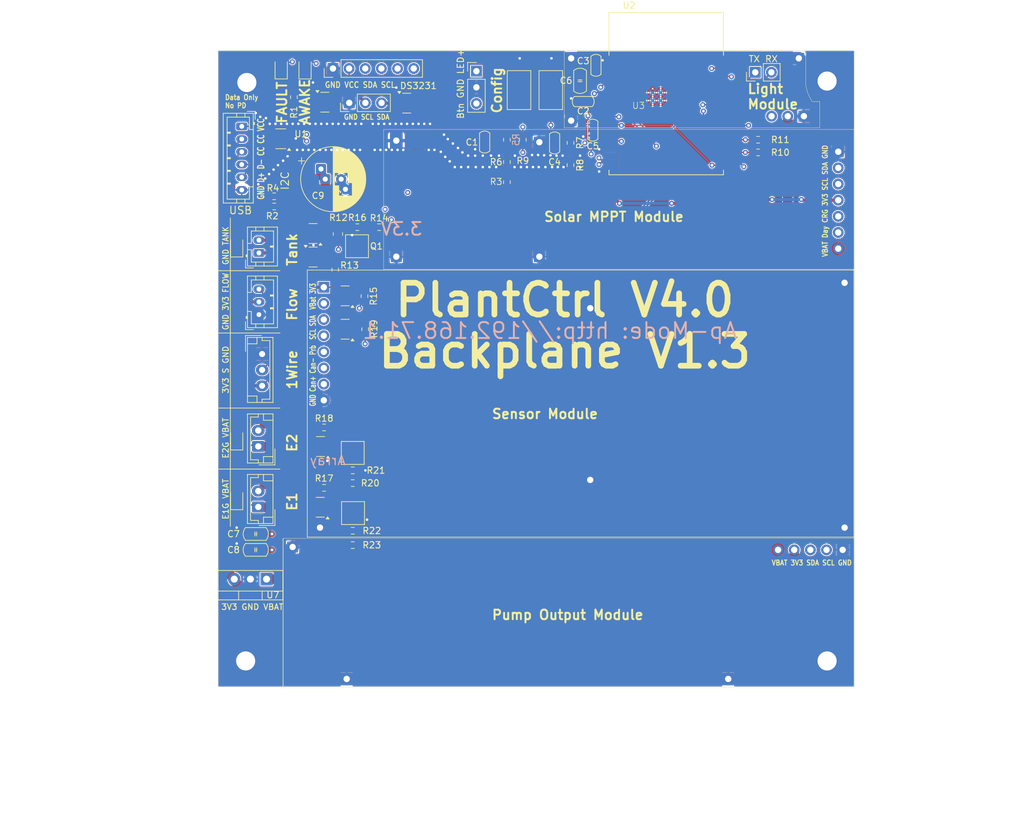
<source format=kicad_pcb>
(kicad_pcb
	(version 20241229)
	(generator "pcbnew")
	(generator_version "9.0")
	(general
		(thickness 1.6)
		(legacy_teardrops no)
	)
	(paper "A4")
	(layers
		(0 "F.Cu" signal)
		(4 "In1.Cu" signal)
		(6 "In2.Cu" signal)
		(2 "B.Cu" signal)
		(9 "F.Adhes" user "F.Adhesive")
		(11 "B.Adhes" user "B.Adhesive")
		(13 "F.Paste" user)
		(15 "B.Paste" user)
		(5 "F.SilkS" user "F.Silkscreen")
		(7 "B.SilkS" user "B.Silkscreen")
		(1 "F.Mask" user)
		(3 "B.Mask" user)
		(17 "Dwgs.User" user "User.Drawings")
		(19 "Cmts.User" user "User.Comments")
		(21 "Eco1.User" user "User.Eco1")
		(23 "Eco2.User" user "User.Eco2")
		(25 "Edge.Cuts" user)
		(27 "Margin" user)
		(31 "F.CrtYd" user "F.Courtyard")
		(29 "B.CrtYd" user "B.Courtyard")
		(35 "F.Fab" user)
		(33 "B.Fab" user)
	)
	(setup
		(stackup
			(layer "F.SilkS"
				(type "Top Silk Screen")
			)
			(layer "F.Paste"
				(type "Top Solder Paste")
			)
			(layer "F.Mask"
				(type "Top Solder Mask")
				(thickness 0.01)
			)
			(layer "F.Cu"
				(type "copper")
				(thickness 0.035)
			)
			(layer "dielectric 1"
				(type "prepreg")
				(thickness 0.1)
				(material "FR4")
				(epsilon_r 4.5)
				(loss_tangent 0.02)
			)
			(layer "In1.Cu"
				(type "copper")
				(thickness 0.035)
			)
			(layer "dielectric 2"
				(type "core")
				(thickness 1.24)
				(material "FR4")
				(epsilon_r 4.5)
				(loss_tangent 0.02)
			)
			(layer "In2.Cu"
				(type "copper")
				(thickness 0.035)
			)
			(layer "dielectric 3"
				(type "prepreg")
				(thickness 0.1)
				(material "FR4")
				(epsilon_r 4.5)
				(loss_tangent 0.02)
			)
			(layer "B.Cu"
				(type "copper")
				(thickness 0.035)
			)
			(layer "B.Mask"
				(type "Bottom Solder Mask")
				(thickness 0.01)
			)
			(layer "B.Paste"
				(type "Bottom Solder Paste")
			)
			(layer "B.SilkS"
				(type "Bottom Silk Screen")
			)
			(copper_finish "HAL lead-free")
			(dielectric_constraints no)
		)
		(pad_to_mask_clearance 0.05)
		(allow_soldermask_bridges_in_footprints no)
		(tenting front back)
		(aux_axis_origin 68.58 26.67)
		(grid_origin 68.58 26.67)
		(pcbplotparams
			(layerselection 0x00000000_00000000_5555555f_ffffffff)
			(plot_on_all_layers_selection 0x00000000_00000000_00000000_00000000)
			(disableapertmacros no)
			(usegerberextensions no)
			(usegerberattributes no)
			(usegerberadvancedattributes no)
			(creategerberjobfile no)
			(dashed_line_dash_ratio 12.000000)
			(dashed_line_gap_ratio 3.000000)
			(svgprecision 4)
			(plotframeref no)
			(mode 1)
			(useauxorigin no)
			(hpglpennumber 1)
			(hpglpenspeed 20)
			(hpglpendiameter 15.000000)
			(pdf_front_fp_property_popups yes)
			(pdf_back_fp_property_popups yes)
			(pdf_metadata yes)
			(pdf_single_document no)
			(dxfpolygonmode yes)
			(dxfimperialunits yes)
			(dxfusepcbnewfont yes)
			(psnegative no)
			(psa4output no)
			(plot_black_and_white yes)
			(sketchpadsonfab no)
			(plotpadnumbers no)
			(hidednponfab no)
			(sketchdnponfab yes)
			(crossoutdnponfab yes)
			(subtractmaskfromsilk no)
			(outputformat 1)
			(mirror no)
			(drillshape 0)
			(scaleselection 1)
			(outputdirectory "gerber/")
		)
	)
	(net 0 "")
	(net 1 "EN")
	(net 2 "VBAT")
	(net 3 "3_3V")
	(net 4 "Temp")
	(net 5 "CAN-")
	(net 6 "TANK_SENSOR")
	(net 7 "Charge")
	(net 8 "Net-(Q1-G)")
	(net 9 "ESP_RX")
	(net 10 "ESP_TX")
	(net 11 "Net-(Boot1-Pad2)")
	(net 12 "SDA")
	(net 13 "SCL")
	(net 14 "Net-(CD1-A)")
	(net 15 "Net-(D2-K)")
	(net 16 "CD_Probe")
	(net 17 "IsDay")
	(net 18 "LED_ENABLE")
	(net 19 "WORKING")
	(net 20 "ENABLE_TANK")
	(net 21 "USB_D-")
	(net 22 "FLOW")
	(net 23 "USB_D+")
	(net 24 "BOOT_SEL")
	(net 25 "WARN_LED")
	(net 26 "SQW")
	(net 27 "32K")
	(net 28 "USB_BUS")
	(net 29 "Net-(R3-Pad1)")
	(net 30 "unconnected-(U1-I{slash}O2-Pad4)")
	(net 31 "unconnected-(U1-I{slash}O1-Pad6)")
	(net 32 "Net-(J4-Pin_1)")
	(net 33 "Net-(D8-K)")
	(net 34 "Net-(D8-A)")
	(net 35 "Net-(D10-K)")
	(net 36 "Net-(D10-A)")
	(net 37 "Net-(J2-Pin_3)")
	(net 38 "Net-(Q2-G)")
	(net 39 "Net-(J2-Pin_2)")
	(net 40 "unconnected-(U2-IO8-Pad10)")
	(net 41 "CAN+")
	(net 42 "unconnected-(U2-NC-Pad22)")
	(net 43 "Net-(Q3-G)")
	(net 44 "EXTRA_1")
	(net 45 "EXTRA_2")
	(net 46 "Net-(CD2-K)")
	(net 47 "CONFIG2")
	(net 48 "GND")
	(footprint "Package_TO_SOT_SMD:SOT-23" (layer "F.Cu") (at 185.7675 101.92 180))
	(footprint "MPPT:MPPT" (layer "F.Cu") (at 232.68 48.3075))
	(footprint "Button_Switch_SMD:SW_SPST_CK_RS282G05A3" (layer "F.Cu") (at 221.98 45.87 -90))
	(footprint "PumpOut:PumpModule" (layer "F.Cu") (at 219.88 111.47))
	(footprint "Connector_JST:JST_EH_B2B-EH-A_1x02_P2.50mm_Vertical" (layer "F.Cu") (at 175.98 111.42 90))
	(footprint "PCM_Capacitor_SMD_Handsoldering_AKL:C_0805_2012Metric_Pad1.18x1.45mm" (layer "F.Cu") (at 175.58 115.67 180))
	(footprint "PCM_Capacitor_SMD_Handsoldering_AKL:C_0603_1608Metric_Pad1.08x0.95mm" (layer "F.Cu") (at 229.08 41.97 -90))
	(footprint "Resistor_SMD:R_0603_1608Metric" (layer "F.Cu") (at 254.58 53.67 180))
	(footprint "PCM_Capacitor_SMD_Handsoldering_AKL:C_0603_1608Metric_Pad1.08x0.95mm" (layer "F.Cu") (at 227.08 47.67))
	(footprint "Button_Switch_SMD:SW_SPST_CK_RS282G05A3" (layer "F.Cu") (at 216.98 45.87 -90))
	(footprint "Resistor_SMD:R_0603_1608Metric" (layer "F.Cu") (at 225.08 54.17 90))
	(footprint "Connector_JST:JST_PH_B3B-PH-K_1x03_P2.00mm_Vertical" (layer "F.Cu") (at 176.08 81.17 90))
	(footprint "Connector_JST:JST_EH_B3B-EH-A_1x03_P2.50mm_Vertical" (layer "F.Cu") (at 176.58 87.37 -90))
	(footprint "Resistor_SMD:R_0603_1608Metric" (layer "F.Cu") (at 191.555 67.42 180))
	(footprint "Resistor_SMD:R_0603_1608Metric" (layer "F.Cu") (at 190.83 115.17))
	(footprint "Package_TO_SOT_SMD:SOT-23" (layer "F.Cu") (at 189.63 78.22 180))
	(footprint "LED_SMD:LED_0805_2012Metric" (layer "F.Cu") (at 179.58 42.42 90))
	(footprint "Package_TO_SOT_SMD:SOT-23" (layer "F.Cu") (at 184.5925 68.42 180))
	(footprint "Resistor_SMD:R_0603_1608Metric" (layer "F.Cu") (at 217.58 53.67 -90))
	(footprint "Connector_PinHeader_2.54mm:PinHeader_1x06_P2.54mm_Vertical" (layer "F.Cu") (at 187.72 42.47 90))
	(footprint "LED_SMD:LED_0805_2012Metric" (layer "F.Cu") (at 172.58 110.17 90))
	(footprint "Resistor_SMD:R_0603_1608Metric" (layer "F.Cu") (at 178.48 64.17))
	(footprint "Package_TO_SOT_SMD:SOT-23-6" (layer "F.Cu") (at 179.5175 53.52 180))
	(footprint "Package_TO_SOT_SMD:SOT-23" (layer "F.Cu") (at 189.63 83.47 180))
	(footprint "PCM_Capacitor_SMD_Handsoldering_AKL:C_0805_2012Metric_Pad1.18x1.45mm" (layer "F.Cu") (at 175.58 118.17 180))
	(footprint "Resistor_SMD:R_0603_1608Metric" (layer "F.Cu") (at 215.08 60.345 -90))
	(footprint "Resistor_SMD:R_0603_1608Metric" (layer "F.Cu") (at 194.98 67.42))
	(footprint "PCM_Capacitor_SMD_Handsoldering_AKL:C_0603_1608Metric_Pad1.08x0.95mm" (layer "F.Cu") (at 211.58 54.0325 90))
	(footprint "Package_TO_SOT_SMD:SOT-23" (layer "F.Cu") (at 199.3175 47.92))
	(footprint "Capacitor_THT:CP_Radial_D10.0mm_P2.50mm_P5.00mm"
		(layer "F.Cu")
		(uuid "5788df9f-c91a-4f2f-8dbd-50d2ee8e1389")
		(at 186.509063 59.87)
		(descr "CP, Radial series, Radial, pin pitch=2.50mm 5.00mm, diameter=10mm, height=12mm, Electrolytic Capacitor")
		(tags "CP Radial series Radial pin pitch 2.50mm 5.00mm diameter 10mm height 12mm Electrolytic Capacitor")
		(property "Reference" "C9"
			(at -1.129063 2.6 0)
			(layer "F.SilkS")
			(uuid "d80d09d5-31e8-424b-86b6-1d42df47e3dd")
			(effects
				(font
					(size 1 1)
					(thickness 0.15)
				)
			)
		)
		(property "Value" "1000uF"
			(at 1.25 6.25 0)
			(layer "F.Fab")
			(uuid "70a175ba-ec71-450b-9a5a-91d206b8d5a6")
			(effects
				(font
					(size 1 1)
					(thickness 0.15)
				)
			)
		)
		(property "Datasheet" "~"
			(at 0 0 0)
			(layer "F.Fab")
			(hide yes)
			(uuid "abdac494-626e-4c59-bcd1-6423def8dddf")
			(effects
				(font
					(size 1.27 1.27)
					(thickness 0.15)
				)
			)
		)
		(property "Description" "Polarized capacitor"
			(at 0 0 0)
			(layer "F.Fab")
			(hide yes)
			(uuid "2403c29e-250c-4bf0-ac75-9a7df71bf331")
			(effects
				(font
					(size 1.27 1.27)
					(thickness 0.15)
				)
			)
		)
		(property ki_fp_filters "CP_*")
		(path "/51332e26-7a0c-48f2-9dc3-7987b9affed0")
		(sheetname "/")
		(sheetfile "PlantCtrlESP32.kicad_sch")
		(attr through_hole)
		(fp_line
			(start -4.229646 -2.875)
			(end -3.229646 -2.875)
			(stroke
				(width 0.12)
				(type solid)
			)
			(layer "F.SilkS")
			(uuid "89904ee2-4d83-4e54-a3c8-c26ee98bf1f9")
		)
		(fp_line
			(start -3.729646 -3.375)
			(end -3.729646 -2.375)
			(stroke
				(width 0.12)
				(type solid)
			)
			(layer "F.SilkS")
			(uuid "1b569b13-eee5-4a34-b784-7e05ed56ccd4")
		)
		(fp_line
			(start 1.25 -5.08)
			(end 1.25 5.08)
			(stroke
				(width 0.12)
				(type solid)
			)
			(layer "F.SilkS")
			(uuid "05314426-9e91-40ef-aa21-896d65621bd7")
		)
		(fp_line
			(start 1.29 -5.08)
			(end 1.29 5.08)
			(stroke
				(width 0.12)
				(type solid)
			)
			(layer "F.SilkS")
			(uuid "0490155d-3a81-4e7a-a412-017cb9c7094d")
		)
		(fp_line
			(start 1.33 -5.079)
			(end 1.33 5.079)
			(stroke
				(width 0.12)
				(type solid)
			)
			(layer "F.SilkS")
			(uuid "f3367b71-175b-4675-b5c8-0006ad21e2ce")
		)
		(fp_line
			(start 1.37 -5.079)
			(end 1.37 5.079)
			(stroke
				(width 0.12)
				(type solid)
			)
			(layer "F.SilkS")
			(uuid "15388988-bb8c-4a7d-9a27-5e345d075b23")
		)
		(fp_line
			(start 1.41 -5.077)
			(end 1.41 5.077)
			(stroke
				(width 0.12)
				(type solid)
			)
			(layer "F.SilkS")
			(uuid "25fdd878-44c9-413c-8a14-d6bac1aa6c20")
		)
		(fp_line
			(start 1.45 -5.076)
			(end 1.45 5.076)
			(stroke
				(width 0.12)
				(type solid)
			)
			(layer "F.SilkS")
			(uuid "552b9aeb-ca3d-4c06-b359-5e628beadabc")
		)
		(fp_line
			(start 1.49 -5.074)
			(end 1.49 -1.04)
			(stroke
				(width 0.12)
				(type solid)
			)
			(layer "F.SilkS")
			(uuid "deb56c4a-1ecd-4019-a002-594f08ebd1d9")
		)
		(fp_line
			(start 1.49 1.04)
			(end 1.49 5.074)
			(stroke
				(width 0.12)
				(type solid)
			)
			(layer "F.SilkS")
			(uuid "ab811579-af15-4cd2-9f25-60a2d0a317ff")
		)
		(fp_line
			(start 1.53 -5.072)
			(end 1.53 -1.04)
			(stroke
				(width 0.12)
				(type solid)
			)
			(layer "F.SilkS")
			(uuid "0f8d9563-d363-4328-a036-d2312e3181c6")
		)
		(fp_line
			(start 1.53 1.04)
			(end 1.53 5.072)
			(stroke
				(width 0.12)
				(type solid)
			)
			(layer "F.SilkS")
			(uuid "f2f689c2-9cc7-46b9-8083-4eaa322fc907")
		)
		(fp_line
			(start 1.57 -5.07)
			(end 1.57 -1.04)
			(stroke
				(width 0.12)
				(type solid)
			)
			(layer "F.SilkS")
			(uuid "71dccc16-d431-47ad-820c-5a62cf3d0c41")
		)
		(fp_line
			(start 1.57 1.04)
			(end 1.57 5.07)
			(stroke
				(width 0.12)
				(type solid)
			)
			(layer "F.SilkS")
			(uuid "b03a05ae-260b-4033-8632-d5549ee4dbe7")
		)
		(fp_line
			(start 1.61 -5.067)
			(end 1.61 -1.04)
			(stroke
				(width 0.12)
				(type solid)
			)
			(layer "F.SilkS")
			(uuid "ef879969-314c-4c7e-9574-0fad767d4d31")
		)
		(fp_line
			(start 1.61 1.04)
			(end 1.61 5.067)
			(stroke
				(width 0.12)
				(type solid)
			)
			(layer "F.SilkS")
			(uuid "9280b2ee-f2f6-4b45-bc8c-6f08c8ba3528")
		)
		(fp_line
			(start 1.65 -5.064)
			(end 1.65 -1.04)
			(stroke
				(width 0.12)
				(type solid)
			)
			(layer "F.SilkS")
			(uuid "76acfc1c-8fe5-4392-975c-70b4f4164a63")
		)
		(fp_line
			(start 1.65 1.04)
			(end 1.65 5.064)
			(stroke
				(width 0.12)
				(type solid)
			)
			(layer "F.SilkS")
			(uuid "589d9ac1-1773-493c-9ae1-7bc72cf91001")
		)
		(fp_line
			(start 1.69 -5.061)
			(end 1.69 -1.04)
			(stroke
				(width 0.12)
				(type solid)
			)
			(layer "F.SilkS")
			(uuid "6f43440a-25f2-46f7-a6ce-6a19ee97afd2")
		)
		(fp_line
			(start 1.69 1.04)
			(end 1.69 5.061)
			(stroke
				(width 0.12)
				(type solid)
			)
			(layer "F.SilkS")
			(uuid "4c22828d-6172-47bc-a2c6-1a63105667ed")
		)
		(fp_line
			(start 1.73 -5.057)
			(end 1.73 -1.04)
			(stroke
				(width 0.12)
				(type solid)
			)
			(layer "F.SilkS")
			(uuid "73b97273-51d2-46e0-bd6b-f9d6fa3bf7a4")
		)
		(fp_line
			(start 1.73 1.04)
			(end 1.73 5.057)
			(stroke
				(width 0.12)
				(type solid)
			)
			(layer "F.SilkS")
			(uuid "517bddd7-e407-4ed8-95c1-67242233ffec")
		)
		(fp_line
			(start 1.77 -5.054)
			(end 1.77 -1.04)
			(stroke
				(width 0.12)
				(type solid)
			)
			(layer "F.SilkS")
			(uuid "2c714d55-eea2-4fb2-9d1e-60fb8f24a6c4")
		)
		(fp_line
			(start 1.77 1.04)
			(end 1.77 5.054)
			(stroke
				(width 0.12)
				(type solid)
			)
			(layer "F.SilkS")
			(uuid "c6272eab-de29-4e84-bd4a-b33ba44be5da")
		)
		(fp_line
			(start 1.81 -5.049)
			(end 1.81 -1.04)
			(stroke
				(width 0.12)
				(type solid)
			)
			(layer "F.SilkS")
			(uuid "27e08f13-7a08-4866-a2a4-4d244276df34")
		)
		(fp_line
			(start 1.81 1.04)
			(end 1.81 5.049)
			(stroke
				(width 0.12)
				(type solid)
			)
			(layer "F.SilkS")
			(uuid "3dd14f20-0cbe-456a-a52b-f4d759537a98")
		)
		(fp_line
			(start 1.85 -5.045)
			(end 1.85 -1.04)
			(stroke
				(width 0.12)
				(type solid)
			)
			(layer "F.SilkS")
			(uuid "4554e845-7861-4d44-9b4e-65f744eb9ed4")
		)
		(fp_line
			(start 1.85 1.04)
			(end 1.85 5.045)
			(stroke
				(width 0.12)
				(type solid)
			)
			(layer "F.SilkS")
			(uuid "a9838921-2a07-4d39-9523-373f9895fe02")
		)
		(fp_line
			(start 1.89 -5.04)
			(end 1.89 -1.04)
			(stroke
				(width 0.12)
				(type solid)
			)
			(layer "F.SilkS")
			(uuid "9dd7c8f8-a793-4526-afe2-f7a750e4c50f")
		)
		(fp_line
			(start 1.89 1.04)
			(end 1.89 5.04)
			(stroke
				(width 0.12)
				(type solid)
			)
			(layer "F.SilkS")
			(uuid "2c511a83-25fd-4f6c-95f9-6e26f059e857")
		)
		(fp_line
			(start 1.93 -5.035)
			(end 1.93 -1.04)
			(stroke
				(width 0.12)
				(type solid)
			)
			(layer "F.SilkS")
			(uuid "2252ebe1-2f4d-4ea6-812e-0371f7e16ba8")
		)
		(fp_line
			(start 1.93 1.04)
			(end 1.93 5.035)
			(stroke
				(width 0.12)
				(type solid)
			)
			(layer "F.SilkS")
			(uuid "80c2c4e6-20d7-4ab9-8120-61e5c409e7c8")
		)
		(fp_line
			(start 1.97 -5.029)
			(end 1.97 -1.04)
			(stroke
				(width 0.12)
				(type solid)
			)
			(layer "F.SilkS")
			(uuid "5d92da4a-3dfb-4866-89d4-9a811f0148d4")
		)
		(fp_line
			(start 1.97 1.04)
			(end 1.97 5.029)
			(stroke
				(width 0.12)
				(type solid)
			)
			(layer "F.SilkS")
			(uuid "5b821102-a4ea-4b1a-91cb-58e3646ba081")
		)
		(fp_line
			(start 2.01 -5.023)
			(end 2.01 -1.04)
			(stroke
				(width 0.12)
				(type solid)
			)
			(layer "F.SilkS")
			(uuid "39e18b03-c8f8-4fc1-a958-546937b8e4ee")
		)
		(fp_line
			(start 2.01 1.04)
			(end 2.01 5.023)
			(stroke
				(width 0.12)
				(type solid)
			)
			(layer "F.SilkS")
			(uuid "35810396-506e-4501-a98d-184f71176d4e")
		)
		(fp_line
			(start 2.05 -5.017)
			(end 2.05 -1.04)
			(stroke
				(width 0.12)
				(type solid)
			)
			(layer "F.SilkS")
			(uuid "4f359438-eac5-4b07-bbf8-57711e85cd0c")
		)
		(fp_line
			(start 2.05 1.04)
			(end 2.05 5.017)
			(stroke
				(width 0.12)
				(type solid)
			)
			(layer "F.SilkS")
			(uuid "72abd212-da13-4800-8329-8320a511405a")
		)
		(fp_line
			(start 2.09 -5.011)
			(end 2.09 -1.04)
			(stroke
				(width 0.12)
				(type solid)
			)
			(layer "F.SilkS")
			(uuid "d298eb84-c624-4af2-9fe4-0f7ff1bea8aa")
		)
		(fp_line
			(start 2.09 1.04)
			(end 2.09 5.011)
			(stroke
				(width 0.12)
				(type solid)
			)
			(layer "F.SilkS")
			(uuid "40a0c069-00d5-4499-a9ab-bf75bfef5d2f")
		)
		(fp_line
			(start 2.13 -5.004)
			(end 2.13 -1.04)
			(stroke
				(width 0.12)
				(type solid)
			)
			(layer "F.SilkS")
			(uuid "5d549631-831f-4ae9-9418-aff0851f2ba8")
		)
		(fp_line
			(start 2.13 1.04)
			(end 2.13 5.004)
			(stroke
				(width 0.12)
				(type solid)
			)
			(layer "F.SilkS")
			(uuid "2e618a78-5abf-480b-8716-82309077233f")
		)
		(fp_line
			(start 2.17 -4.997)
			(end 2.17 -1.04)
			(stroke
				(width 0.12)
				(type solid)
			)
			(layer "F.SilkS")
			(uuid "b39aee31-7a99-4c78-a57a-2984c89dfaf4")
		)
		(fp_line
			(start 2.17 2.64)
			(end 2.17 4.997)
			(stroke
				(width 0.12)
				(type solid)
			)
			(layer "F.SilkS")
			(uuid "112f0feb-0b5f-41c7-b9fb-4fe1b1fe3dd5")
		)
		(fp_line
			(start 2.21 -4.989)
			(end 2.21 -1.04)
			(stroke
				(width 0.12)
				(type solid)
			)
			(layer "F.SilkS")
			(uuid "6298de2c-9bdc-469f-857e-02f590cdebc5")
		)
		(fp_line
			(start 2.21 2.64)
			(end 2.21 4.989)
			(stroke
				(width 0.12)
				(type solid)
			)
			(layer "F.SilkS")
			(uuid "507e49f2-4380-4404-8fba-01f873e4e076")
		)
		(fp_line
			(start 2.25 -4.981)
			(end 2.25 -1.04)
			(stroke
				(width 0.12)
				(type solid)
			)
			(layer "F.SilkS")
			(uuid "e7a6a0bf-bf63-4da7-bc29-49390b32a95d")
		)
		(fp_line
			(start 2.25 2.64)
			(end 2.25 4.981)
			(stroke
				(width 0.12)
				(type solid)
			)
			(layer "F.SilkS")
			(uuid "9d721208-8a97-43a5-9e0a-cd40848c66aa")
		)
		(fp_line
			(start 2.29 -4.973)
			(end 2.29 -1.04)
			(stroke
				(width 0.12)
				(type solid)
			)
			(layer "F.SilkS")
			(uuid "41643ab7-9abd-4048-9c20-94aad8119ef7")
		)
		(fp_line
			(start 2.29 2.64)
			(end 2.29 4.973)
			(stroke
				(width 0.12)
				(type solid)
			)
			(layer "F.SilkS")
			(uuid "cab08392-b14d-4a67-bb2f-0db327788b5c")
		)
		(fp_line
			(start 2.33 -4.965)
			(end 2.33 -1.04)
			(stroke
				(width 0.12)
				(type solid)
			)
			(layer "F.SilkS")
			(uuid "47d9e55a-3530-42db-83f5-2f5249a925af")
		)
		(fp_line
			(start 2.33 2.64)
			(end 2.33 4.965)
			(stroke
				(width 0.12)
				(type solid)
			)
			(layer "F.SilkS")
			(uuid "a92333a6-9897-4bc9-afa1-892b0f96b655")
		)
		(fp_line
			(start 2.37 -4.956)
			(end 2.37 -1.04)
			(stroke
				(width 0.12)
				(type solid)
			)
			(layer "F.SilkS")
			(uuid "294d8166-f794-4b68-a140-e3cdea79cf98")
		)
		(fp_line
			(start 2.37 2.64)
			(end 2.37 4.956)
			(stroke
				(width 0.12)
				(type solid)
			)
			(layer "F.SilkS")
			(uuid "22e5da1d-b747-482a-be47-72dc799a117a")
		)
		(fp_line
			(start 2.41 -4.947)
			(end 2.41 -1.04)
			(stroke
				(width 0.12)
				(type solid)
			)
			(layer "F.SilkS")
			(uuid "eaabfe93-733d-4ee0-b6a6-0472df341632")
		)
		(fp_line
			(start 2.41 2.64)
			(end 2.41 4.947)
			(stroke
				(width 0.12)
				(type solid)
			)
			(layer "F.SilkS")
			(uuid "6d9fd96f-12eb-4fee-bdf6-d5332a987b48")
		)
		(fp_line
			(start 2.45 -4.937)
			(end 2.45 -1.04)
			(stroke
				(width 0.12)
				(type solid)
			)
			(layer "F.SilkS")
			(uuid "f233a33c-1e1f-48e6-8465-a14d108ac0c9")
		)
		(fp_line
			(start 2.45 2.64)
			(end 2.45 4.937)
			(stroke
				(width 0.12)
				(type solid)
			)
			(layer "F.SilkS")
			(uuid "805f571e-c2b5-4268-8804-8f2166042718")
		)
		(fp_line
			(start 2.49 -4.928)
			(end 2.49 -1.04)
			(stroke
				(width 0.12)
				(type solid)
			)
			(layer "F.SilkS")
			(uuid "78a72c45-2f34-4235-b327-3c0b13895294")
		)
		(fp_line
			(start 2.49 2.64)
			(end 2.49 4.928)
			(stroke
				(width 0.12)
				(type solid)
			)
			(layer "F.SilkS")
			(uuid "faa315af-15cf-47be-96c8-84980f0f1532")
		)
		(fp_line
			(start 2.53 -4.917)
			(end 2.53 -1.04)
			(stroke
				(width 0.12)
				(type solid)
			)
			(layer "F.SilkS")
			(uuid "3b1f0637-50d9-44c9-9c89-6578e19d2d8e")
		)
		(fp_line
			(start 2.53 2.64)
			(end 2.53 4.917)
			(stroke
				(width 0.12)
				(type solid)
			)
			(layer "F.SilkS")
			(uuid "a78b053d-ee57-429a-b41b-f7fcee100961")
		)
		(fp_line
			(start 2.57 -4.907)
			(end 2.57 -1.04)
			(stroke
				(width 0.12)
				(type solid)
			)
			(layer "F.SilkS")
			(uuid "816e420c-c886-4f42-a8fd-56dddfb966c4")
		)
		(fp_line
			(start 2.57 2.64)
			(end 2.57 4.907)
			(stroke
				(width 0.12)
				(type solid)
			)
			(layer "F.SilkS")
			(uuid "678f6597-34c5-443c-b68a-0b6c423f8118")
		)
		(fp_line
			(start 2.61 -4.896)
			(end 2.61 -1.04)
			(stroke
				(width 0.12)
				(type solid)
			)
			(layer "F.SilkS")
			(uuid "05ad117d-0aa1-44c1-b953-d72fce029eba")
		)
		(fp_line
			(start 2.61 2.64)
			(end 2.61 4.896)
			(stroke
				(width 0.12)
				(type solid)
			)
			(layer "F.SilkS")
			(uuid "a50a435d-cd51-4fc1-9888-3b07581e64e7")
		)
		(fp_line

... [4185514 chars truncated]
</source>
